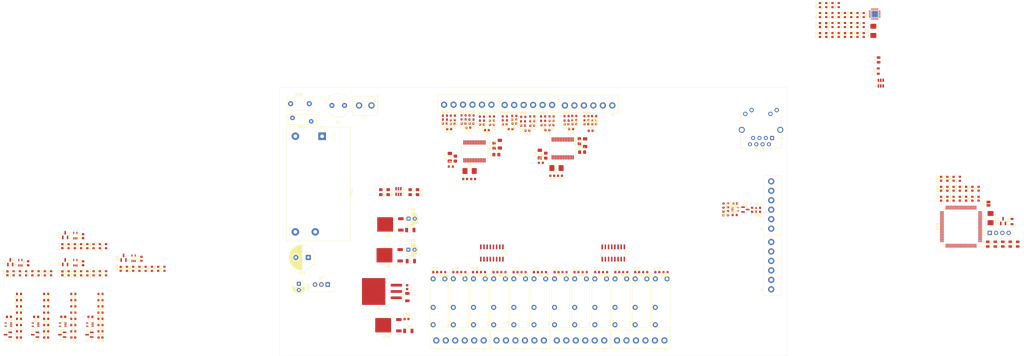
<source format=kicad_pcb>
(kicad_pcb (version 20241229) (generator "pcbnew") (generator_version "9.0")
  (layers (0 "F.Cu" signal) (2 "B.Cu" signal) (13 "F.Paste" user) (15 "B.Paste" user) (5 "F.SilkS" user "F.Silkscreen") (7 "B.SilkS" user "B.Silkscreen") (1 "F.Mask" user) (3 "B.Mask" user) (25 "Edge.Cuts" user))
  (net 0 "")
  (net 1 "GND")
  (net 2 "Net-(U4-XTAL1{slash}CLKIN)")
  (net 3 "Net-(U4-XTAL2)")
  (net 4 "Net-(U5-XTAL1{slash}CLKIN)")
  (net 5 "Net-(U5-XTAL2)")
  (net 6 "/5V")
  (net 7 "/3V3")
  (net 8 "Net-(U3-NR)")
  (net 9 "/Analog Inputs/REF_2.5V")
  (net 10 "Net-(J11-Pin_2)")
  (net 11 "Net-(PS1-AC{slash}L)")
  (net 12 "/24V")
  (net 13 "/Fuente/12V")
  (net 14 "/10V")
  (net 15 "/8V")
  (net 16 "/Analog Inputs/IN3_N")
  (net 17 "/Analog Inputs/IN3_P")
  (net 18 "/Analog Inputs/IN1_P")
  (net 19 "/Analog Inputs/IN1_N")
  (net 20 "/Analog Inputs/IN2_P")
  (net 21 "/Analog Inputs/IN2_N")
  (net 22 "/Analog Inputs/IN0_N")
  (net 23 "/Analog Inputs/IN0_P")
  (net 24 "/Analog Inputs/IN7_N")
  (net 25 "/Analog Inputs/IN7_P")
  (net 26 "/Analog Inputs/IN6_P")
  (net 27 "/Analog Inputs/IN6_N")
  (net 28 "/Analog Inputs/IN5_N")
  (net 29 "/Analog Inputs/IN5_P")
  (net 30 "Net-(U12-XTAL1{slash}CLKIN)")
  (net 31 "/Ethernet/VDDCR")
  (net 32 "Net-(U12-XTAL2)")
  (net 33 "/Ethernet/VDD_LAN_F_3V3")
  (net 34 "/Analog Inputs/IN4_P")
  (net 35 "/Analog Inputs/IN4_N")
  (net 36 "/MCU/OSC_IN")
  (net 37 "/MCU/nRST")
  (net 38 "Net-(U22-OUT)")
  (net 39 "/MCU/OSC_OUT")
  (net 40 "Net-(C79-Pad1)")
  (net 41 "Net-(C81-Pad1)")
  (net 42 "Net-(U23-VDDA)")
  (net 43 "Net-(D1-COM)")
  (net 44 "Net-(D2-A)")
  (net 45 "Net-(D3-COM)")
  (net 46 "Net-(D4-A)")
  (net 47 "Net-(D5-COM)")
  (net 48 "Net-(D6-A)")
  (net 49 "Net-(D7-COM)")
  (net 50 "Net-(D8-A)")
  (net 51 "Net-(D9-COM)")
  (net 52 "Net-(D10-A)")
  (net 53 "Net-(D11-COM)")
  (net 54 "Net-(D12-A)")
  (net 55 "Net-(D13-COM)")
  (net 56 "Net-(D14-A)")
  (net 57 "Net-(D15-COM)")
  (net 58 "Net-(D16-A)")
  (net 59 "Net-(D17-COM)")
  (net 60 "Net-(D18-A)")
  (net 61 "Net-(J11-Pin_1)")
  (net 62 "Net-(J1-Pin_2)")
  (net 63 "Net-(J1-Pin_6)")
  (net 64 "Net-(J1-Pin_4)")
  (net 65 "Net-(J1-Pin_1)")
  (net 66 "Net-(J1-Pin_3)")
  (net 67 "Net-(J1-Pin_5)")
  (net 68 "Net-(J2-Pin_6)")
  (net 69 "Net-(J2-Pin_3)")
  (net 70 "Net-(J2-Pin_4)")
  (net 71 "Net-(J2-Pin_2)")
  (net 72 "Net-(J2-Pin_1)")
  (net 73 "Net-(J2-Pin_5)")
  (net 74 "Net-(J3-Pin_5)")
  (net 75 "Net-(J3-Pin_3)")
  (net 76 "Net-(J3-Pin_4)")
  (net 77 "Net-(J3-Pin_6)")
  (net 78 "Net-(J3-Pin_2)")
  (net 79 "Net-(J3-Pin_1)")
  (net 80 "Net-(J4-Pin_1)")
  (net 81 "Net-(J4-Pin_4)")
  (net 82 "Net-(J4-Pin_2)")
  (net 83 "Net-(J4-Pin_5)")
  (net 84 "Net-(J4-Pin_3)")
  (net 85 "Net-(J4-Pin_6)")
  (net 86 "/Digital Inputs/NAMUR_2")
  (net 87 "/Digital Inputs/NAMUR_1")
  (net 88 "/Digital Inputs/NAMUR_3")
  (net 89 "/Digital Inputs/NAMUR_6")
  (net 90 "/Digital Inputs/NAMUR_4")
  (net 91 "/Digital Inputs/NAMUR_5")
  (net 92 "/Digital Inputs/NAMUR_8")
  (net 93 "/Digital Inputs/NAMUR_7")
  (net 94 "/Digital Inputs/NAMUR_9")
  (net 95 "/Analog Inputs/SENS6_A")
  (net 96 "/Analog Inputs/SENS7_A")
  (net 97 "/Analog Inputs/SENS7_B")
  (net 98 "/Analog Inputs/SENS6_B")
  (net 99 "/Analog Inputs/SENS5_B")
  (net 100 "/Analog Inputs/SENS4_A")
  (net 101 "/Analog Inputs/SENS5_A")
  (net 102 "/Analog Inputs/SENS4_B")
  (net 103 "/Analog Inputs/SENS3_B")
  (net 104 "/Analog Inputs/SENS3_A")
  (net 105 "/Analog Inputs/SENS2_B")
  (net 106 "/Analog Inputs/SENS2_A")
  (net 107 "/Analog Inputs/SENS0_A")
  (net 108 "/Analog Inputs/SENS1_A")
  (net 109 "/Analog Inputs/SENS0_B")
  (net 110 "/Analog Inputs/SENS1_B")
  (net 111 "Net-(J12-Pad10)")
  (net 112 "/Ethernet/RD_P")
  (net 113 "Net-(J12-Pad11)")
  (net 114 "/Ethernet/RD_N")
  (net 115 "GNDPWR")
  (net 116 "/Ethernet/TD_N")
  (net 118 "/Ethernet/TD_P")
  (net 119 "/Ethernet/LEDG")
  (net 120 "/Ethernet/LEDY")
  (net 121 "/MCU/SWO")
  (net 122 "/MCU/SWDIO")
  (net 123 "/MCU/SWCLK")
  (net 124 "/Ethernet/ETH_nRST")
  (net 125 "Net-(D19-K)")
  (net 126 "Net-(D19-A)")
  (net 127 "Net-(D20-A)")
  (net 128 "Net-(D20-K)")
  (net 129 "Net-(D21-K)")
  (net 130 "Net-(D21-A)")
  (net 131 "Net-(D22-A)")
  (net 132 "Net-(D22-K)")
  (net 133 "Net-(D23-K)")
  (net 134 "Net-(D23-A)")
  (net 135 "Net-(D24-K)")
  (net 136 "Net-(D24-A)")
  (net 137 "Net-(U4-~{RESET})")
  (net 138 "Net-(U5-~{RESET})")
  (net 139 "Net-(R3-Pad2)")
  (net 140 "Net-(U6-+)")
  (net 141 "/Digital Inputs/DIG_2")
  (net 142 "/Ethernet/ETH_RXD0")
  (net 143 "Net-(U12-RXD0{slash}MODE0)")
  (net 144 "Net-(U12-RXD1{slash}MODE1)")
  (net 145 "/Ethernet/ETH_RXD1")
  (net 146 "/Ethernet/ETH_CRS_DV")
  (net 147 "Net-(U12-CRS_DV{slash}MODE2)")
  (net 148 "Net-(U12-~{INT}{slash}REFCLKO)")
  (net 149 "/Ethernet/ETH_REF_CLK")
  (net 150 "/Ethernet/LAN_RXER")
  (net 151 "/Ethernet/ETH_MDIO")
  (net 152 "Net-(U12-RBIAS)")
  (net 153 "Net-(R60-Pad2)")
  (net 154 "Net-(U14-+)")
  (net 155 "/Digital Inputs/DIG_1")
  (net 156 "Net-(R67-Pad2)")
  (net 157 "Net-(U15-+)")
  (net 158 "/Digital Inputs/DIG_3")
  (net 159 "Net-(R74-Pad2)")
  (net 160 "Net-(U16-+)")
  (net 161 "/Digital Inputs/DIG_4")
  (net 162 "Net-(R81-Pad2)")
  (net 163 "Net-(U17-+)")
  (net 164 "/Digital Inputs/DIG_5")
  (net 165 "Net-(R88-Pad2)")
  (net 166 "Net-(U18-+)")
  (net 167 "/Digital Inputs/DIG_6")
  (net 168 "Net-(R95-Pad2)")
  (net 169 "Net-(U19-+)")
  (net 170 "/Digital Inputs/DIG_7")
  (net 171 "Net-(R102-Pad2)")
  (net 172 "Net-(U20-+)")
  (net 173 "/Digital Inputs/DIG_8")
  (net 174 "Net-(R109-Pad2)")
  (net 175 "Net-(U21-+)")
  (net 176 "/Digital Inputs/DIG_9")
  (net 177 "Net-(U23-BOOT0)")
  (net 178 "/Digital Outputs/Relay_6")
  (net 179 "/Digital Outputs/Relay_1")
  (net 180 "/Digital Outputs/Relay_4")
  (net 181 "/Digital Outputs/Relay_5")
  (net 182 "/Digital Outputs/Relay_2")
  (net 183 "/Digital Outputs/Relay_3")
  (net 186 "/Digital Outputs/Relay_9")
  (net 188 "/Digital Outputs/Relay_7")
  (net 189 "/Digital Outputs/Relay_12")
  (net 190 "/Digital Outputs/Relay_11")
  (net 191 "/Digital Outputs/Relay_8")
  (net 193 "/Digital Outputs/Relay_10")
  (net 195 "/Analog Inputs/ADS_MISO")
  (net 199 "/Analog Inputs/ADS2_DRDY")
  (net 200 "/Analog Inputs/ADS_SCLK")
  (net 202 "/Analog Inputs/ADS_MOSI")
  (net 203 "/Analog Inputs/ADS2_CS")
  (net 206 "/Analog Inputs/ADS1_CS")
  (net 208 "/Analog Inputs/ADS1_DRDY")
  (net 211 "/Ethernet/ETH_TXD1")
  (net 212 "/Ethernet/ETH_TXD0")
  (net 213 "/Ethernet/ETH_TX_EN")
  (net 214 "/Ethernet/ETH_MDC")
  (net 255 "Net-(D25-K)")
  (net 256 "Net-(D25-A)")
  (net 257 "Net-(D26-A)")
  (net 258 "Net-(D26-K)")
  (net 259 "Net-(D27-A)")
  (net 260 "Net-(D27-K)")
  (net 261 "Net-(D28-A)")
  (net 262 "Net-(D28-K)")
  (net 263 "Net-(D29-K)")
  (net 264 "Net-(D29-A)")
  (net 265 "Net-(D30-K)")
  (net 266 "Net-(D30-A)")
  (footprint "LED_SMD:LED_0603_1608Metric" (layer "F.Cu") (at -25.825 125.365 180)
    (property "Reference" "D12")
    (property "Value" "LED")
  )
  (footprint "Inductor_SMD:L_0805_2012Metric" (layer "F.Cu") (at 290.9 26.425 90)
    (property "Reference" "FB1")
    (property "Value" "600R")
  )
  (footprint "Resistor_SMD:R_0603_1608Metric" (layer "F.Cu") (at -27.07 107.83 90)
    (property "Reference" "R112")
    (property "Value" "30k")
  )
  (footprint "Resistor_SMD:R_0603_1608Metric" (layer "F.Cu") (at 144.57 44.46 180)
    (property "Reference" "R12")
    (property "Value" "10k")
  )
  (footprint "Resistor_SMD:R_1206_3216Metric_Pad1.30x1.75mm_HandSolder" (layer "F.Cu") (at 173.045 55.26 90)
    (property "Reference" "C17")
    (property "Value" "10uF/50V")
  )
  (footprint "Resistor_SMD:R_0603_1608Metric" (layer "F.Cu") (at -22.05 96.91 90)
    (property "Reference" "R100")
    (property "Value" "100k")
  )
  (footprint "Package_TO_SOT_SMD:TO-252-2" (layer "F.Cu") (at 93.13 128.74 180)
    (property "Reference" "U10")
    (property "Value" "L78M08CDT-TR")
  )
  (footprint "Capacitor_SMD:C_0603_1608Metric" (layer "F.Cu") (at 119.795 47.66 180)
    (property "Reference" "C41")
    (property "Value" "1nF/50V")
  )
  (footprint "Resistor_SMD:R_0603_1608Metric" (layer "F.Cu") (at -29.58 96.91 90)
    (property "Reference" "R97")
    (property "Value" "100k")
  )
  (footprint "Resistor_SMD:R_0603_1608Metric" (layer "F.Cu") (at -43.615 126.165 180)
    (property "Reference" "R69")
    (property "Value" "100k")
  )
  (footprint "Resistor_SMD:R_0603_1608Metric" (layer "F.Cu") (at 230.47 80.46 -90)
    (property "Reference" "R62")
    (property "Value" "100k")
  )
  (footprint "LED_SMD:LED_0603_1608Metric" (layer "F.Cu") (at 185.992045 107.36)
    (property "Reference" "D21")
    (property "Value" "LED")
  )
  (footprint "Connector_RJ:RJ45_Wuerth_7499010211A_Horizontal" (layer "F.Cu") (at 248.215 53.375 180)
    (property "Reference" "J12")
    (property "Value" "7499010211A")
  )
  (footprint "LIB_PCB_CONT:SC70-5_TexasInstruments" (layer "F.Cu") (at -31.91 103.57 90)
    (property "Reference" "U21")
    (property "Value" "TLV9101")
  )
  (footprint "Package_TO_SOT_SMD:SOT-23" (layer "F.Cu") (at -35.965 103.37 90)
    (property "Reference" "D17")
    (property "Value" "BAT54S")
  )
  (footprint "Resistor_SMD:R_0603_1608Metric" (layer "F.Cu") (at -54.17 107.83 90)
    (property "Reference" "R75")
    (property "Value" "510R")
  )
  (footprint "Resistor_SMD:R_0805_2012Metric_Pad1.20x1.40mm_HandSolder" (layer "F.Cu") (at 170.745 54.66 90)
    (property "Reference" "C13")
    (property "Value" "100nF/50V")
  )
  (footprint "Resistor_SMD:R_0603_1608Metric" (layer "F.Cu") (at 189.179545 107.36 180)
    (property "Reference" "R119")
    (property "Value" "10k")
  )
  (footprint "Resistor_SMD:R_0603_1608Metric" (layer "F.Cu") (at -54.535 128.675 180)
    (property "Reference" "R103")
    (property "Value" "510R")
  )
  (footprint "LED_SMD:LED_0603_1608Metric" (layer "F.Cu") (at 120.879545 107.36)
    (property "Reference" "D29")
    (property "Value" "LED")
  )
  (footprint "Capacitor_SMD:C_0603_1608Metric" (layer "F.Cu") (at 148.09 48.36 180)
    (property "Reference" "C65")
    (property "Value" "1nF/50V")
  )
  (footprint "Resistor_SMD:R_0603_1608Metric" (layer "F.Cu") (at 119.87 44.36 180)
    (property "Reference" "R24")
    (property "Value" "10k")
  )
  (footprint "Resistor_SMD:R_0603_1608Metric" (layer "F.Cu") (at -54.535 123.655 180)
    (property "Reference" "R105")
    (property "Value" "30k")
  )
  (footprint "Resistor_SMD:R_0603_1608Metric" (layer "F.Cu") (at -21.775 116.125 180)
    (property "Reference" "R94")
    (property "Value" "2k2")
  )
  (footprint "Capacitor_SMD:C_0603_1608Metric" (layer "F.Cu") (at 331.23 73.79 90)
    (property "Reference" "C91")
    (property "Value" "100nF/50V")
  )
  (footprint "Resistor_SMD:R_0603_1608Metric" (layer "F.Cu") (at 272.5 7.885 90)
    (property "Reference" "R38")
    (property "Value" "33R")
  )
  (footprint "Resistor_SMD:R_0805_2012Metric_Pad1.20x1.40mm_HandSolder" (layer "F.Cu") (at 120.87 61.66 90)
    (property "Reference" "C10")
    (property "Value" "100nF/50V")
  )
  (footprint "Resistor_SMD:R_0603_1608Metric" (layer "F.Cu") (at -43.615 123.655 180)
    (property "Reference" "R70")
    (property "Value" "30k")
  )
  (footprint "Resistor_SMD:R_0603_1608Metric" (layer "F.Cu") (at 280.03 7.885 90)
    (property "Reference" "R41")
    (property "Value" "33R")
  )
  (footprint "Resistor_SMD:R_0603_1608Metric" (layer "F.Cu") (at -32.695 131.185 180)
    (property "Reference" "R3")
    (property "Value" "510R")
  )
  (footprint "Capacitor_SMD:C_0603_1608Metric" (layer "F.Cu") (at 176.67 47.76)
    (property "Reference" "C45")
    (property "Value" "1nF/50V")
  )
  (footprint "LIB_PCB_CONT:15EDGVC_6P_3.81mm_Male-Vert_Degson" (layer "F.Cu") (at 248.37 104.76 90)
    (property "Reference" "J6")
    (property "Value" "Screw_Terminal_01x06")
  )
  (footprint "Capacitor_SMD:C_0603_1608Metric" (layer "F.Cu") (at 316.17 77.8 90)
    (property "Reference" "C74")
    (property "Value" "100nF/50V")
  )
  (footprint "Resistor_SMD:R_0603_1608Metric" (layer "F.Cu") (at 323.7 69.78 90)
    (property "Reference" "R116")
    (property "Value" "1k")
  )
  (footprint "Resistor_SMD:R_0603_1608Metric" (layer "F.Cu") (at -27.07 96.91 90)
    (property "Reference" "R98")
    (property "Value" "30k")
  )
  (footprint "Resistor_SMD:R_0603_1608Metric" (layer "F.Cu") (at 277.52 7.885 90)
    (property "Reference" "R40")
    (property "Value" "33R")
  )
  (footprint "Resistor_SMD:R_0603_1608Metric" (layer "F.Cu") (at -32.09 107.83 90)
    (property "Reference" "R110")
    (property "Value" "510R")
  )
  (footprint "Resistor_SMD:R_0603_1608Metric" (layer "F.Cu") (at -21.775 118.635 180)
    (property "Reference" "R93")
    (property "Value" "100k")
  )
  (footprint "Resistor_SMD:R_0603_1608Metric" (layer "F.Cu") (at 151.79 44.66 180)
    (property "Reference" "R58")
    (property "Value" "10k")
  )
  (footprint "Capacitor_SMD:C_1206_3216Metric" (layer "F.Cu") (at 101.595 117.415 90)
    (property "Reference" "C23")
    (property "Value" "1uF/50V")
  )
  (footprint "LIB_PCB_CONT:15EDGVC_6P_3.81mm_Male-Vert_Degson" (layer "F.Cu") (at 150.245 39.56 180)
    (property "Reference" "J9")
    (property "Value" "Screw_Terminal_01x06")
  )
  (footprint "Package_TO_SOT_SMD:SOT-23" (layer "F.Cu") (at -48.075 132.55 180)
    (property "Reference" "D5")
    (property "Value" "BAT54S")
  )
  (footprint "Resistor_SMD:R_0603_1608Metric" (layer "F.Cu") (at -43.615 131.185 180)
    (property "Reference" "R67")
    (property "Value" "510R")
  )
  (footprint "LED_SMD:LED_0603_1608Metric" (layer "F.Cu") (at -5.31 101.98 90)
    (property "Reference" "D10")
    (property "Value" "LED")
  )
  (footprint "Capacitor_SMD:C_0603_1608Metric" (layer "F.Cu") (at 267.48 11.895 90)
    (property "Reference" "C52")
    (property "Value" "30pF/50V")
  )
  (footprint "Capacitor_SMD:C_0603_1608Metric" (layer "F.Cu") (at 118.395 49.76 180)
    (property "Reference" "C40")
    (property "Value" "10nF/50V")
  )
  (footprint "Capacitor_SMD:C_0603_1608Metric" (layer "F.Cu") (at 159.845 68.56 180)
    (property "Reference" "C2")
    (property "Value" "30pF/50V")
  )
  (footprint "LED_SMD:LED_0603_1608Metric" (layer "F.Cu") (at 193.992045 107.36)
    (property "Reference" "D20")
    (property "Value" "LED")
  )
  (footprint "Capacitor_SMD:C_0603_1608Metric" (layer "F.Cu") (at -13.64 106.03 90)
    (property "Reference" "C69")
    (property "Value" "100nF/50V")
  )
  (footprint "Resistor_SMD:R_0603_1608Metric" (layer "F.Cu") (at -24.56 96.91 90)
    (property "Reference" "R99")
    (property "Value" "10k")
  )
  (footprint "Capacitor_SMD:C_0603_1608Metric" (layer "F.Cu") (at -43.615 133.695 180)
    (property "Reference" "C67")
    (property "Value" "100nF/50V")
  )
  (footprint "Resistor_SMD:R_0603_1608Metric" (layer "F.Cu") (at -54.535 131.185 180)
    (property "Reference" "R102")
    (property "Value" "510R")
  )
  (footprint "Resistor_SMD:R_0603_1608Metric" (layer "F.Cu") (at 116.004545 107.36 180)
    (property "Reference" "R128")
    (property "Value" "10k")
  )
  (footprint "LIB_PCB_CONT:15EDGVC_6P_3.81mm_Male-Vert_Degson" (layer "F.Cu") (at 248.37 80.335 90)
    (property "Reference" "J5")
    (property "Value" "Screw_Terminal_01x06")
  )
  (footprint "Capacitor_SMD:C_0603_1608Metric" (layer "F.Cu") (at 168.695 47.76 180)
    (property "Reference" "C47")
    (property "Value" "1nF/50V")
  )
  (footprint "Capacitor_SMD:C_0603_1608Metric" (layer "F.Cu") (at 277.52 11.895 90)
    (property "Reference" "C57")
    (property "Value" "10uF/50V")
  )
  (footprint "LED_SMD:LED_0603_1608Metric" (layer "F.Cu") (at 137.004545 107.36)
    (property "Reference" "D27")
    (property "Value" "LED")
  )
  (footprint "Resistor_SMD:R_0603_1608Metric" (layer "F.Cu") (at 173.57 46.16 180)
    (property "Reference" "R27")
    (property "Value" "10k")
  )
  (footprint "Package_TO_SOT_SMD:SOT-23" (layer "F.Cu") (at 237.47 82.16)
    (property "Reference" "D3")
    (property "Value" "BAT54S")
  )
  (footprint "Resistor_SMD:R_0603_1608Metric" (layer "F.Cu") (at 1.42 106.03 90)
    (property "Reference" "R86")
    (property "Value" "100k")
  )
  (footprint "Resistor_SMD:R_0603_1608Metric" (layer "F.Cu") (at -54.535 126.165 180)
    (property "Reference" "R104")
    (property "Value" "100k")
  )
  (footprint "LED_SMD:LED_0603_1608Metric" (layer "F.Cu") (at -28.78 103.78 90)
    (property "Reference" "D18")
    (property "Value" "LED")
  )
  (footprint "Resistor_SMD:R_0603_1608Metric" (layer "F.Cu") (at 156.17 46.46 180)
    (property "Reference" "R35")
    (property "Value" "10k")
  )
  (footprint "Resistor_SMD:R_0603_1608Metric" (layer "F.Cu") (at -34.6 107.83 90)
    (property "Reference" "R109")
    (property "Value" "510R")
  )
  (footprint "Capacitor_SMD:C_0603_1608Metric" (layer "F.Cu") (at 144.595 47.56 180)
    (property "Reference" "C32")
    (property "Value" "1nF/50V")
  )
  (footprint "LIB_PCB_CONT:Relay_HF46F-G_Hongfa" (layer "F.Cu") (at 201.279545 128.56 90)
    (property "Reference" "K1")
    (property "Value" "HF46F-G")
  )
  (footprint "Resistor_SMD:R_0603_1608Metric" (layer "F.Cu") (at 124.195 45.86 180)
    (property "Reference" "R15")
    (property "Value" "10k")
  )
  (footprint "LIB_PCB_CONT:SC70-5_TexasInstruments" (layer "F.Cu") (at -58.795 128.495 180)
    (property "Reference" "U20")
    (property "Value" "TLV9101")
  )
  (footprint "LIB_PCB_CONT:15EDGVC_6P_3.81mm_Male-Vert_Degson" (layer "F.Cu") (at 122.754545 134.36 180)
    (property "Reference" "J4")
    (property "Value" "Screw_Terminal_01x06")
  )
  (footprint "Jumper:SolderJumper-2_P1.3mm_Open_Pad1.0x1.5mm" (layer "F.Cu") (at 335.2 79.81 90)
    (property "Reference" "JP1")
    (property "Value" "Jumper_2_Bridged")
  )
  (footprint "LIB_PCB_CONT:SC70-5_TexasInstruments" (layer "F.Cu") (at -26.035 128.495 180)
    (property "Reference" "U18")
    (property "Value" "TLV9101")
  )
  (footprint "Resistor_SMD:R_0603_1608Metric" (layer "F.Cu") (at -54.535 118.635 180)
    (property "Reference" "R107")
    (property "Value" "100k")
  )
  (footprint "Capacitor_THT:CP_Radial_D5.0mm_P2.50mm" (layer "F.Cu") (at 102.07 85.825)
    (property "Reference" "C30")
    (property "Value" "10uF/25V")
  )
  (footprint "Capacitor_SMD:C_0603_1608Metric" (layer "F.Cu") (at 285.05 11.895 90)
    (property "Reference" "C60")
    (property "Value" "10nF/50V")
  )
  (footprint "Package_TO_SOT_SMD:SOT-23" (layer "F.Cu") (at -12.495 101.57 90)
    (property "Reference" "D9")
    (property "Value" "BAT54S")
  )
  (footprint "Capacitor_SMD:C_0603_1608Metric" (layer "F.Cu") (at -59.19 107.83 90)
    (property "Reference" "C68")
    (property "Value" "100nF/50V")
  )
  (footprint "Capacitor_SMD:C_0603_1608Metric" (layer "F.Cu") (at 135.595 48.06 180)
    (property "Reference" "C38")
    (property "Value" "1nF/50V")
  )
  (footprint "Resistor_SMD:R_0603_1608Metric" (layer "F.Cu") (at 140.77 46.26 180)
    (property "Reference" "R11")
    (property "Value" "10k")
  )
  (footprint "Resistor_SMD:R_0603_1608Metric" (layer "F.Cu") (at 267.48 3.875 90)
    (property "Reference" "R44")
    (property "Value" "10k")
  )
  (footprint "Capacitor_SMD:C_0603_1608Metric" (layer "F.Cu") (at 157.895 50.16 180)
    (property "Reference" "C49")
    (property "Value" "10nF/50V")
  )
  (footprint "LIB_PCB_CONT:Relay_HF46F-G_Hongfa" (layer "F.Cu") (at 160.763636 128.56 90)
    (property "Reference" "K6")
    (property "Value" "HF46F-G")
  )
  (footprint "Resistor_SMD:R_1206_3216Metric_Pad1.30x1.75mm_HandSolder" (layer "F.Cu") (at 118.67 61.11 90)
    (property "Reference" "C7")
    (property "Value" "10uF/50V")
  )
  (footprint "LIB_PCB_CONT:Relay_HF46F-G_Hongfa" (layer "F.Cu") (at 176.97 128.56 90)
    (property "Reference" "K4")
    (property "Value" "HF46F-G")
  )
  (footprint "Capacitor_SMD:C_0603_1608Metric" (layer "F.Cu") (at 321.19 77.8 90)
    (property "Reference" "C76")
    (property "Value" "100nF/50V")
  )
  (footprint "Resistor_SMD:R_0603_1608Metric" (layer "F.Cu") (at -32.695 116.125 180)
    (property "Reference" "R9")
    (property "Value" "2k2")
  )
  (footprint "Resistor_SMD:R_0603_1608Metric" (layer "F.Cu") (at -32.695 128.675 180)
    (property "Reference" "R4")
    (property "Value" "510R")
  )
  (footprint "Resistor_SMD:R_0603_1608Metric" (layer "F.Cu") (at 144.57 45.96 180)
    (property "Reference" "R10")
    (property "Value" "10k")
  )
  (footprint "Capacitor_SMD:C_0603_1608Metric" (layer "F.Cu") (at 126.095 49.26 180)
    (property "Reference" "C34")
    (property "Value" "10nF/50V")
  )
  (footprint "Capacitor_SMD:C_0603_1608Metric" (layer "F.Cu") (at 124.195 47.56 180)
    (property "Reference" "C36")
    (property "Value" "1nF/50V")
  )
  (footprint "Crystal:Crystal_SMD_5032-2Pin_5.0x3.2mm" (layer "F.Cu") (at 288.93 10.23 90)
    (property "Reference" "Y3")
    (property "Value" "25Mhz")
  )
  (footprint "Capacitor_SMD:C_0603_1608Metric" (layer "F.Cu") (at -32.695 133.695 180)
    (property "Reference" "C19")
    (property "Value" "100nF/50V")
  )
  (footprint "Capacitor_SMD:C_0805_2012Metric" (layer "F.Cu") (at 340.95 96.09 90)
    (property "Reference" "C81")
    (property "Value" "2u2F/50V")
  )
  (footprint "LED_SMD:LED_0603_1608Metric" (layer "F.Cu") (at -28.78 92.86 90)
    (property "Reference" "D14")
    (property "Value" "LED")
  )
  (footprint "Resistor_SMD:R_0603_1608Metric" (layer "F.Cu") (at 132.004545 107.36 180)
    (property "Reference" "R126")
    (property "Value" "10k")
  )
  (footprint "Package_TO_SOT_SMD:SOT-23-6" (layer "F.Cu") (at 291.925 31.275 90)
    (property "Reference" "U13")
    (property "Value" "USBLC6-4SC6")
  )
  (footprint "LIB_PCB_CONT:Relay_HF46F-G_Hongfa" (layer "F.Cu") (at 168.866818 128.56 90)
    (property "Reference" "K5")
    (property "Value" "HF46F-G")
  )
  (footprint "Resistor_SMD:R_0603_1608Metric" (layer "F.Cu") (at 127.395 44.26)
    (property "Reference" "R16")
    (property "Value" "10k")
  )
  (footprint "Resistor_SMD:R_0603_1608Metric" (layer "F.Cu") (at -51.66 107.83 90)
    (property "Reference" "R76")
    (property "Value" "100k")
  )
  (footprint "Package_QFP:LQFP-100_14x14mm_P0.5mm" (layer "F.Cu") (at 324.17 89.06 90)
    (property "Reference" "U23")
    (property "Value" "STM32H743VITx")
  )
  (footprint "Resistor_SMD:R_0603_1608Metric" (layer "F.Cu") (at 172.879545 107.36 180)
    (property "Reference" "R121")
    (property "Value" "10k")
  )
  (footprint "Resistor_SMD:R_0603_1608Metric" (layer "F.Cu") (at 285.05 3.875 90)
    (property "Reference" "R51")
    (property "Value" "49R9")
  )
  (footprint "Capacitor_SMD:C_0603_1608Metric" (layer "F.Cu") (at 173.57 47.76)
    (property "Reference" "C44")
    (property "Value" "1nF/50V")
  )
  (footprint "Resistor_SMD:R_0603_1608Metric" (layer "F.Cu") (at 233.17 84.36)
    (property "Reference" "R65")
    (property "Value" "100k")
  )
  (footprint "Resistor_SMD:R_0603_1608Metric" (layer "F.Cu") (at -34.6 96.91 90)
    (property "Reference" "R95")
    (property "Value" "510R")
  )
  (footprint "Resistor_SMD:R_1206_3216Metric_Pad1.30x1.75mm_HandSolder" (layer "F.Cu") (at 154.845 59.86 90)
    (property "Reference" "C6")
    (property "Value" "10uF/50V")
  )
  (footprint "Capacitor_SMD:C_0805_2012Metric" (layer "F.Cu") (at 291.03 21.925 90)
    (property "Reference" "C53")
    (property "Value" "1uF/50V")
  )
  (footprint "Capacitor_SMD:C_0603_1608Metric" (layer "F.Cu") (at 116.67 47.56 180)
    (property "Reference" "C42")
    (property "Value" "1nF/50V")
  )
  (footprint "LED_SMD:LED_0603_1608Metric" (layer "F.Cu") (at 177.892045 107.36)
    (property "Reference" "D22")
    (property "Value" "LED")
  )
  (footprint "LIB_PCB_CONT:Relay_HF46F-G_Hongfa" (layer "F.Cu") (at 185.073181 128.56 90)
    (property "Reference" "K3")
    (property "Value" "HF46F-G")
  )
  (footprint "Fuse:Fuseholder_TR5_Littelfuse_No560_No460" (layer "F.Cu") (at 76.35 40.27 180)
    (property "Reference" "F1")
    (property "Value" "250VAC 0.5AAC")
  )
  (footprint "Capacitor_SMD:C_0805_2012Metric" (layer "F.Cu") (at 346.97 96.09 90)
    (property "Reference" "C95")
    (property "Value" "2u2F/50V")
  )
  (footprint "Resistor_SMD:R_0603_1608Metric" (layer "F.Cu") (at -32.09 96.91 90)
    (property "Reference" "R96")
    (property "Value" "510R")
  )
  (footprint "LED_SMD:LED_0603_1608Metric" (layer "F.Cu") (at 161.592045 107.36)
    (property "Reference" "D24")
    (property "Value" "LED")
  )
  (footprint "Capacitor_SMD:C_0603_1608Metric" (layer "F.Cu") (at 321.19 69.78 90)
    (property "Reference" "C94")
    (property "Value" "10nF/50V")
  )
  (footprint "Resistor_SMD:R_0603_1608Metric" (layer "F.Cu") (at 280.03 3.875 90)
    (property "Reference" "R49")
    (property "Value" "49R9")
  )
  (footprint "Resistor_SMD:R_0603_1608Metric" (layer "F.Cu") (at 127.37 45.96 180)
    (property "Reference" "R14")
    (property "Value" "10k")
  )
  (footprint "Resistor_SMD:R_0603_1608Metric" (layer "F.Cu") (at -22.05 107.83 90)
    (property "Reference" "R114")
    (property "Value" "100k")
  )
  (footprint "LIB_PCB_CONT:Relay_HF46F-G_Hongfa" (layer "F.Cu") (at 128.179545 128.56 90)
    (property "Reference" "K10")
    (property "Value" "HF46F-G")
  )
  (footprint "Capacitor_SMD:C_0603_1608Metric" (layer "F.Cu") (at 165.595 47.86 180)
    (property "Reference" "C48")
    (property "Value" "1nF/50V")
  )
  (footprint "LED_SMD:LED_0603_1608Metric" (layer "F.Cu") (at 202.079545 107.36)
    (property "Reference" "D19")
    (property "Value" "LED")
  )
  (footprint "Resistor_SMD:R_0603_1608Metric" (layer "F.Cu") (at 156.479545 107.36 180)
    (property "Reference" "R123")
    (property "Value" "10k")
  )
  (footprint "Capacitor_SMD:C_0603_1608Metric" (layer "F.Cu") (at 275.01 11.895 90)
    (property "Reference" "C56")
    (property "Value" "100nF/50V")
  )
  (footprint "Resistor_SMD:R_0603_1608Metric" (layer "F.Cu") (at -43.615 118.635 180)
    (property "Reference" "R72")
    (property "Value" "100k")
  )
  (footprint "Resistor_SMD:R_0603_1608Metric" (layer "F.Cu") (at 176.67 46.16 180)
    (property "Reference" "R26")
    (property "Value" "10k")
  )
  (footprint "Resistor_SMD:R_0603_1608Metric" (layer "F.Cu") (at 285.05 7.885 90)
    (property "Reference" "R43")
    (property "Value" "10k")
  )
  (footprint "Resistor_SMD:R_0603_1608Metric" (layer "F.Cu") (at 164.779545 107.36 180)
    (property "Reference" "R122")
    (property "Value" "10k")
  )
  (footprint "LIB_PCB_CONT:Relay_HF46F-G_Hongfa" (layer "F.Cu") (at 193.176363 128.56 90)
    (property "Reference" "K2")
    (property "Value" "HF46F-G")
  )
  (footprint "Resistor_SMD:R_0603_1608Metric" (layer "F.Cu") (at -3.6 106.03 90)
    (property "Reference" "R84")
    (property "Value" "30k")
  )
  (footprint "Capacitor_SMD:C_0603_1608Metric" (layer "F.Cu") (at 269.99 7.885 90)
    (property "Reference" "C62")
    (property "Value" "100nF/50V")
  )
  (footprint "Resistor_SMD:R_0603_1608Metric" (layer "F.Cu") (at 151.77 46.56 180)
    (property "Reference" "R56")
    (property "Value" "10k")
  )
  (footprint "Resistor_SMD:R_0805_2012Metric_Pad1.20x1.40mm_HandSolder" (layer "F.Cu") (at 102.72 75.16 -90)
    (property "Reference" "C8")
    (property "Value" "100nF/50V")
  )
  (footprint "Resistor_SMD:R_0603_1608Metric" (layer "F.Cu") (at 3.93 106.03 90)
    (property "Reference" "R87")
    (property "Value" "2k2")
  )
  (footprint "Resistor_SMD:R_0603_1608Metric" (layer "F.Cu") (at -32.695 118.635 180)
    (property "Reference" "R8")
    (property "Value" "100k")
  )
  (footprint "LIB_PCB_CONT:SC70-5_TexasInstruments" (layer "F.Cu") (at -47.875 128.495 180)
    (property "Reference" "U15")
    (property "Value" "TLV9101")
  )
  (footprint "Capacitor_SMD:C_0603_1608Metric" (layer "F.Cu") (at 318.68 77.8 90)
    (property "Reference" "C75")
    (property "Value" "30pF/50V")
  )
  (footprint "Resistor_SMD:R_0603_1608Metric" (layer "F.Cu") (at -1.09 106.03 90)
    (property "Reference" "R85")
    (property "Value" "10k")
  )
  (footprint "Capacitor_SMD:C_0603_1608Metric" (layer "F.Cu") (at 280.03 11.895 90)
    (property "Reference" "C58")
    (property "Value" "100nF/50V")
  )
  (footprint "Connector_PinHeader_2.54mm:PinHeader_1x04_P2.54mm_Vertical" (layer "F.Cu") (at 335.72 91.57 90)
    (property "Reference" "J13")
    (property "Value" "Screw_Terminal_01x04")
  )
  (footprint "Resistor_SMD:R_0603_1608Metric" (layer "F.Cu") (at 275.01 -0.135 90)
    (property "Reference" "R55")
    (property "Value" "510R")
  )
  (footprint "LIB_PCB_CONT:15EDGVC_6P_3.81mm_Male-Vert_Degson" (layer "F.Cu") (at 195.404545 134.36 180)
    (property "Reference" "J1")
    (property "Value" "Screw_Terminal_01x06")
  )
  (footprint "Resistor_SMD:R_0603_1608Metric" (layer "F.Cu") (at -21.775 126.165 180)
    (property "Reference" "R90")
    (property "Value" "100k")
  )
  (footprint "Package_TO_SOT_SMD:SOT-23" (layer "F.Cu") (at -37.155 132.55 180)
    (property "Reference" "D1")
    (property "Value" "BAT54S")
  )
  (footprint "Package_TO_SOT_SMD:SOT-23" (layer "F.Cu") (at -26.235 132.55 180)
    (property "Reference" "D11")
    (property "Value" "BAT54S")
  )
  (footprint "Resistor_SMD:R_0603_1608Metric" (layer "F.Cu") (at -32.695 121.145 180)
    (property "Reference" "R7")
    (property "Value" "10k")
  )
  (footprint "Capacitor_SMD:C_0603_1608Metric" (layer "F.Cu") (at 101.27 126.24)
    (property "Reference" "C28")
    (property "Value" "100nF/50V")
  )
  (footprint "Capacitor_SMD:C_0805_2012Metric" (layer "F.Cu") (at 334.93 96.09 90)
    (property "Reference" "C79")
    (property "Value" "2u2F/50V")
  )
  (footprint "Resistor_SMD:R_0603_1608Metric" (layer "F.Cu") (at 124.17 44.26)
    (property "Reference" "R17")
    (property "Value" "10k")
  )
  (footprint "Capacitor_SMD:C_0603_1608Metric" (layer "F.Cu") (at 282.54 11.895 90)
    (property "Reference" "C59")
    (property "Value" "100nF/50V")
  )
  (footprint "Resistor_SMD:R_0603_1608Metric" (layer "F.Cu") (at -46.64 107.83 90)
    (property "Reference" "R78")
    (property "Value" "10k")
  )
  (footprint "Resistor_SMD:R_0603_1608Metric" (layer "F.Cu") (at 176.67 44.56 180)
    (property "Reference" "R28")
    (property "Value" "10k")
  )
  (footprint "Capacitor_SMD:C_0603_1608Metric" (layer "F.Cu") (at 326.21 73.79 90)
    (property "Reference" "C89")
    (property "Value" "100nF/50V")
  )
  (footprint "Resistor_SMD:R_0603_1608Metric" (layer "F.Cu") (at -43.615 121.145 180)
    (property "Reference" "R71")
    (property "Value" "10k")
  )
  (footprint "Capacitor_SMD:C_0603_1608Metric" (layer "F.Cu") (at 323.7 73.79 90)
    (property "Reference" "C88")
    (property "Value" "10nF/50V")
  )
  (footprint "Resistor_SMD:R_0603_1608Metric" (layer "F.Cu") (at -32.695 123.655 180)
    (property "Reference" "R6")
    (property "Value" "30k")
  )
  (footprint "Resistor_SMD:R_0603_1608Metric" (layer "F.Cu") (at 140.204545 107.36 180)
    (property "Reference" "R125")
    (property "Value" "10k")
  )
  (footprint "Resistor_SMD:R_0603_1608Metric" (layer "F.Cu") (at 282.54 7.885 90)
    (property "Reference" "R42")
    (property "Value" "10k")
  )
  (footprint "Capacitor_SMD:C_0603_1608Metric" (layer "F.Cu") (at -54.535 133.695 180)
    (property "Reference" "C72")
    (property "Value" "100nF/50V")
  )
  (footprint "Resistor_SMD:R_0603_1608Metric" (layer "F.Cu") (at -21.775 128.675 180)
    (property "Reference" "R89")
    (property "Value" "510R")
  )
  (footprint "Crystal:Crystal_SMD_5032-2Pin_5.0x3.2mm" (layer "F.Cu") (at 336.05 85.605 90)
    (property "Reference" "Y4")
    (property "Value" "8Mhz")
  )
  (footprint "Resistor_SMD:R_0603_1608Metric" (layer "F.Cu") (at -19.54 96.91 90)
    (property "Reference" "R101")
    (property "Value" "2k2")
  )
  (footprint "Resistor_SMD:R_0603_1608Metric" (layer "F.Cu") (at -56.68 107.83 90)
    (property "Reference" "R74")
    (property "Value" "510R")
  )
  (footprint "Capacitor_SMD:C_0805_2012Metric" (layer "F.Cu") (at 337.94 96.09 90)
    (property "Reference" "C80")
    (property "Value" "2u2F/50V")
  )
  (footprint "LED_SMD:LED_0603_1608Metric" (layer "F.Cu") (at 169.579545 107.36)
    (property "Reference" "D23")
    (property "Value" "LED")
  )
  (footprint "Resistor_SMD:R_0805_2012Metric_Pad1.20x1.40mm_HandSolder" (layer "F.Cu") (at 157.245 60.46 90)
    (property "Reference" "C9")
    (property "Value" "100nF/50V")
  )
  (footprint "LED_SMD:LED_0603_1608Metric" (layer "F.Cu") (at 112.792045 107.36)
    (property "Reference" "D30")
    (property "Value" "LED")
  )
  (footprint "LIB_PCB_CONT:Relay_HF46F-G_Hongfa" (layer "F.Cu") (at 152.500909 128.56 90)
    (property "Reference" "K7")
    (property "Value" "HF46F-G")
  )
  (footprint "Varistor:RV_Disc_D12mm_W3.9mm_P7.5mm" (layer "F.Cu") (at 55.42 45.26)
    (property "Reference" "RV1")
    (property "Value" "10D561K")
  )
  (footprint "Capacitor_SMD:C_0603_1608Metric" (layer "F.Cu") (at 140.77 47.86 180)
    (property "Reference" "C33")
    (property "Value" "1nF/50V")
  )
  (footprint "Capacitor_SMD:C_0603_1608Metric" (layer "F.Cu") (at 127.395 47.56 180)
    (property "Reference" "C35")
    (property "Value" "1nF/50V")
  )
  (footprint "Capacitor_SMD:C_0603_1608Metric" (layer "F.Cu") (at 328.72 77.8 90)
    (property "Reference" "C83")
    (property "Value" "100nF/50V")
  )
  (footprint "LIB_PCB_CONT:15EDGVC_6P_3.81mm_Male-Vert_Degson" (layer "F.Cu") (at 171.204545 134.36 180)
    (property "Reference" "J3")
    (property "Value" "Screw_Terminal_01x06")
  )
  (footprint "Resistor_SMD:R_0603_1608Metric" (layer "F.Cu") (at 159.57 44.66 180)
    (property "Reference" "R36")
    (property "Value" "10k")
  )
  (footprint "LIB_PCB_CONT:15EDGVC_6P_3.81mm_Male-Vert_Degson" (layer "F.Cu") (at 174.465 39.76 180)
    (property "Reference" "J8")
    (property "Value" "Screw_Terminal_01x06")
  )
  (footprint "Resistor_SMD:R_0603_1608Metric" (layer "F.Cu") (at -32.695 126.165 180)
    (property "Reference" "R5")
    (property "Value" "100k")
  )
  (footprint "Resistor_SMD:R_0603_1608Metric" (layer "F.Cu") (at -6.11 106.03 90)
    (property "Reference" "R83")
    (property "Value" "100k")
  )
  (footprint "Capacitor_SMD:C_0603_1608Metric" (layer "F.Cu") (at 156.27 48.16 180)
    (property "Reference" "C51")
    (property "Value" "1nF/50V")
  )
  (footprint "Capacitor_SMD:C_0603_1608Metric" (layer "F.Cu") (at 133.57 50.16 180)
    (property "Reference" "C37")
    (property "Value" "10nF/50V")
  )
  (footprint "Package_TO_SOT_SMD:SOT-23" (layer "F.Cu") (at 341.075 86.82 90)
    (property "Reference" "U22")
    (property "Value" "REF3030")
  )
  (footprint "LED_SMD:LED_0603_1608Metric" (layer "F.Cu") (at -36.745 125.365 180)
    (property "Reference" "D2")
    (property "Value" "LED")
  )
  (footprint "Capacitor_SMD:C_0603_1608Metric" (layer "F.Cu") (at 167.395 49.76 180)
    (property "Reference" "C46")
    (property "Value" "10nF/50V")
  )
  (footprint "Resistor_SMD:R_0603_1608Metric" (layer "F.Cu") (at 173.57 44.56)
    (property "Reference" "R29")
    (property "Value" "10k")
  )
  (footprint "Capacitor_SMD:C_0603_1608Metric" (layer "F.Cu") (at 321.19 73.79 90)
    (property "Reference" "C87")
    (property "Value" "100nF/50V")
  )
  (footprint "Package_TO_SOT_SMD:SOT-23" (layer "F.Cu") (at -58.045 103.37 90)
    (property "Reference" "D7")
    (property "Value" "BAT54S")
  )
  (footprint "Resistor_SMD:R_0603_1608Metric" (layer "F.Cu") (at 230.47 83.66 90)
    (property "Reference" "R63")
    (property "Value" "30k")
  )
  (footprint "Capacitor_THT:CP_Radial_D5.0mm_P2.50mm" (layer "F.Cu") (at 57.97 112.054888 -90)
    (property "Reference" "C22")
    (property "Value" "10uF/25V")
  )
  (footprint "Resistor_SMD:R_0603_1608Metric" (layer "F.Cu") (at 168.695 44.46 180)
    (property "Reference" "R32")
    (property "Value" "10k")
  )
  (footprint "Resistor_SMD:R_0603_1608Metric" (layer "F.Cu") (at -21.775 121.145 180)
    (property "Reference" "R92")
    (property "Value" "10k")
  )
  (footprint "Capacitor_SMD:C_0603_1608Metric" (layer "F.Cu") (at 269.99 11.895 90)
    (property "Reference" "C54")
    (property "Value" "30pF/50V")
  )
  (footprint "Capacitor_SMD:C_0603_1608Metric" (layer "F.Cu") (at 131.57 47.96 180)
    (property "Reference" "C39")
    (property "Value" "1nF/50V")
  )
  (footprint "LIB_PCB_CONT:SC70-5_TexasInstruments" (layer "F.Cu") (at -53.99 103.57 90)
    (property "Reference" "U16")
    (property "Value" "TLV9101")
  )
  (footprint "Resistor_SMD:R_0603_1608Metric" (layer "F.Cu") (at 282.54 3.875 90)
    (property "Reference" "R50")
    (property "Value" "12k1")
  )
  (footprint "Capacitor_SMD:C_0603_1608Metric" (layer "F.Cu") (at 328.72 73.79 90)
    (property "Reference" "C90")
    (property "Value" "10nF/50V")
  )
  (footprint "LIB_PCB_CONT:SC70-5_TexasInstruments" (layer "F.Cu") (at -36.955 128.495 180)
    (property "Reference" "U6")
    (property "Value" "TLV9101")
  )
  (footprint "Resistor_SMD:R_0603_1608Metric" (layer "F.Cu") (at 242.57 81.46)
    (property "Reference" "R61")
    (property "Value" "510R")
  )
  (footprint "LED_SMD:LED_0603_1608Metric" (layer "F.Cu") (at -58.585 125.365 180)
    (property "Reference" "D16")
    (property "Value" "LED")
  )
  (footprint "Resistor_SMD:R_0603_1608Metric" (layer "F.Cu") (at 275.01 7.885 90)
    (property "Reference" "R39")
    (property "Value" "33R")
  )
  (footprint "Resistor_SMD:R_0603_1608Metric" (layer "F.Cu") (at 124.079545 107.36 180)
    (property "Reference" "R127")
    (property "Value" "10k")
  )
  (footprint "Capacitor_SMD:C_0603_1608Metric" (layer "F.Cu") (at 318.68 73.79 90)
    (property "Reference" "C86")
    (property "Value" "10nF/50V")
  )
  (footprint "Capacitor_THT:CP_Radial_D5.0mm_P2.50mm" (layer "F.Cu") (at 101.995 98.34)
    (property "Reference" "C26")
    (property "Value" "10uF/25V")
  )
  (footprint "Resistor_SMD:R_0603_1608Metric" (layer "F.Cu") (at 205.379545 107.36 180)
    (property "Reference" "R117")
    (property "Value" "10k")
  )
  (footprint "Resistor_SMD:R_0603_1608Metric" (layer "F.Cu") (at 165.595 44.56)
    (property "Reference" "R33")
    (property "Value" "10k")
  )
  (footprint "Resistor_SMD:R_0603_1608Metric" (layer "F.Cu") (at 269.99 -0.135 90)
    (property "Reference" "R53")
    (property "Value" "510R")
  )
  (footprint "Resistor_SMD:R_0805_2012Metric_Pad1.20x1.40mm_HandSolder" (layer "F.Cu") (at 137.37 60.06)
    (property "Reference" "C16")
    (property "Value" "100nF/50V")
  )
  (footprint "Capacitor_SMD:C_0603_1608Metric" (layer "F.Cu") (at 151.77 48.36 180)
    (property "Reference" "C64")
    (property "Value" "1nF/50V")
  )
  (footprint "Resistor_SMD:R_0805_2012Metric_Pad1.20x1.40mm_HandSolder" (layer "F.Cu") (at 105.67 75.16 -90)
    (property "Reference" "C5")
    (property "Value" "1uF/50V")
  )
  (footprint "1-Package_SO:SOIC-16_3.9x9.9mm_P1.27mm" (layer "F.Cu") (at 184.379545 99.66 -90)
    (property "Reference" "U1")
    (property "Value" "ULN2003")
  )
  (footprint "Capacitor_SMD:C_1206_3216Metric" (layer "F.Cu") (at 102.995 102.94)
    (property "Reference" "C25")
    (property "Value" "1uF/50V")
  )
  (footprint "Resistor_SMD:R_0603_1608Metric" (layer "F.Cu") (at -21.775 123.655 180)
    (property "Reference" "R91")
    (property "Value" "30k")
  )
  (footprint "Resistor_SMD:R_0603_1608Metric" (layer "F.Cu") (at 277.52 3.875 90)
    (property "Reference" "R48")
    (property "Value" "49R9")
  )
  (footprint "Resistor_SMD:R_0603_1608Metric" (layer "F.Cu") (at 242.57 83.06 180)
    (property "Reference" "R60")
    (property "Value" "510R")
  )
  (footprint "LED_SMD:LED_0603_1608Metric" (layer "F.Cu") (at 153.279545 107.36)
    (property "Reference" "D25")
    (property "Value" "LED")
  )
  (footprint "Converter_ACDC:Converter_ACDC_MeanWell_IRM-10-xx_THT" (layer "F.Cu") (at 67.32 52.66 -90)
    (property "Reference" "PS1")
    (property "Value" "IRM-10-24")
  )
  (footprint "Resistor_SMD:R_0603_1608Metric" (layer "F.Cu") (at 148.09 46.66 180)
    (property "Reference" "R57")
    (property "Value" "10k")
  )
  (footprint "Capacitor_SMD:C_0603_1608Metric" (layer "F.Cu") (at -37.11 96.91 90)
    (property "Reference" "C71")
    (property "Value" "100nF/50V")
  )
  (footprint "Capacitor_SMD:C_0603_1608Metric" (layer "F.Cu") (at -21.775 133.695 180)
    (property "Reference" "C70")
    (property "Value" "100nF/50V")
  )
  (footprint "Resistor_SMD:R_0603_1608Metric" (layer "F.Cu") (at -19.54 107.83 90)
    (property "Reference" "R115")
    (property "Value" "2k2")
  )
  (footprint "Resistor_SMD:R_0805_2012Metric_Pad1.20x1.40mm_HandSolder" (layer "F.Cu") (at 171.845 59.06)
    (property "Reference" "C14")
    (property "Value" "100nF/50V")
  )
  (footprint "Resistor_SMD:R_0603_1608Metric" (layer "F.Cu") (at 165.595 46.36 180)
    (property "Reference" "R31")
    (property "Value" "10k")
  )
  (footprint "Resistor_SMD:R_0603_1608Metric" (layer "F.Cu") (at -54.535 121.145 180)
    (property "Reference" "R106")
    (property "Value" "10k")
  )
  (footprint "Package_TO_SOT_SMD:SOT-23" (layer "F.Cu") (at -58.995 132.55 180)
    (property "Reference" "D15")
    (property "Value" "BAT54S")
  )
  (footprint "Resistor_SMD:R_0603_1608Metric" (layer "F.Cu") (at 148.19 44.86)
    (property "Reference" "R59")
    (property "Value" "10k")
  )
  (footprint "Resistor_SMD:R_1206_3216Metric_Pad1.30x1.75mm_HandSolder" (layer "F.Cu") (at 138.77 55.86 90)
    (property "Reference" "C18")
    (property "Value" "10uF/50V")
  )
  (footprint "LED_SMD:LED_0603_1608Metric" (layer "F.Cu") (at 128.804545 107.36)
    (property "Reference" "D28")
    (property "Value" "LED")
  )
  (footprint "Capacitor_SMD:C_1206_3216Metric" (layer "F.Cu") (at 102.775113 90.425)
    (property "Reference" "C29")
    (property "Value" "1uF 50V")
  )
  (footprint "Resistor_SMD:R_0603_1608Metric" (layer "F.Cu") (at 131.57 44.76)
    (property "Reference" "R21")
    (property "Value" "10k")
  )
  (footprint "Capacitor_SMD:C_0603_1608Metric" (layer "F.Cu") (at 267.48 7.885 90)
    (property "Reference" "C61")
    (property "Value" "100nF/50V")
  )
  (footprint "Resistor_SMD:R_0603_1608Metric" (layer "F.Cu") (at -44.13 107.83 90)
    (property "Reference" "R79")
    (property "Value" "100k")
  )
  (footprint "Capacitor_SMD:C_0603_1608Metric" (layer "F.Cu") (at 175.27 50.46)
    (property "Reference" "C43")
    (property "Value" "10nF/50V")
  )
  (footprint "Resistor_SMD:R_0603_1608Metric" (layer "F.Cu") (at 155.245 63.36)
    (property "Reference" "R1")
    (property "Value" "100")
  )
  (footprint "Capacitor_SMD:C_0603_1608Metric" (layer "F.Cu") (at 159.57 48.16 180)
    (property "Reference" "C50")
    (property "Value" "1nF/50V")
  )
  (footprint "Resistor_SMD:R_0603_1608Metric" (layer "F.Cu") (at 135.57 46.36 180)
    (property "Reference" "R18")
    (property "Value" "10k")
  )
  (footprint "Capacitor_SMD:C_0603_1608Metric" (layer "F.Cu") (at 316.17 69.78 90)
    (property "Reference" "C92")
    (property "Value" "10nF/50V")
  )
  (footprint "Resistor_SMD:R_0603_1608Metric" (layer "F.Cu") (at -49.15 107.83 90)
    (property "Reference" "R77")
    (property "Value" "30k")
  )
  (footprint "Resistor_SMD:R_0603_1608Metric" (layer "F.Cu") (at -43.615 128.675 180)
    (property "Reference" "R68")
    (property "Value" "510R")
  )
  (footprint "Package_SO:SSOP-28_5.3x10.2mm_P0.65mm" (layer "F.Cu") (at 164.045 57.56 -90)
    (property "Reference" "U4")
    (property "Value" "ADS1256")
  )
  (footprint "Resistor_SMD:R_0603_1608Metric" (layer "F.Cu") (at 116.67 44.36)
    (property "Reference" "R25")
    (property "Value" "10k")
  )
  (footprint "Resistor_SMD:R_0805_2012Metric_Pad1.20x1.40mm_HandSolder" (layer "F.Cu") (at 136.47 56.46 90)
    (property "Reference" "C15")
    (property "Value" "100nF/50V")
  )
  (footprint "Resistor_SMD:R_0603_1608Metric" (layer "F.Cu") (at -54.535 116.125 180)
    (property "Reference" "R108")
    (property "Value" "2k2")
  )
  (footprint "1-Package_SO:SOIC-16_3.9x9.9mm_P1.27mm" (layer "F.Cu") (at 135.579545 99.66 -90)
    (property "Reference" "U2")
    (property "Value" "ULN2003")
  )
  (footprint "LIB_PCB_CONT:15EDGVC_6P_3.81mm_Male-Vert_Degson" (layer "F.Cu") (at 125.875 39.46 180)
    (property "Reference" "J10")
    (property "Value" "Screw_Terminal_01x06")
  )
  (footprint "Capacitor_SMD:C_0603_1608Metric" (layer "F.Cu") (at 326.21 77.8 90)
    (property "Reference" "C78")
    (property "Value" "30pF/50V")
  )
  (footprint "LED_SMD:LED_0603_1608Metric" (layer "F.Cu") (at 145.104545 107.36)
    (property "Reference" "D26")
    (property "Value" "LED")
  )
  (footprint "Resistor_SMD:R_0603_1608Metric" (layer "F.Cu") (at -41.62 107.83 90)
    (property "Reference" "R80")
    (property "Value" "2k2")
  )
  (footprint "Capacitor_SMD:C_0603_1608Metric" (layer "F.Cu") (at 124.845 69.86 180)
    (property "Reference" "C4")
    (property "Value" "30pF/50V")
  )
  (footprint "Capacitor_THT:C_Disc_D10.5mm_W5.0mm_P7.50mm" (layer "F.Cu") (at 54.67 39.56)
    (property "Reference" "C20")
    (property "Value" "100nF/400VAC")
  )
  (footprint "LIB_PCB_CONT:Relay_HF46F-G_Hongfa" (layer "F.Cu") (at 120.076363 128.56 90)
    (property "Reference" "K11")
    (property "Value" "HF46F-G")
  )
  (footprint "LED_SMD:LED_0603_1608Metric" (layer "F.Cu") (at -47.665 125.365 180)
    (property "Reference" "D6")
    (property "Value" "LED")
  )
  (footprint "Resistor_SMD:R_0603_1608Metric" (layer "F.Cu") (at -43.615 116.125 180)
    (property "Reference" "R73")
    (property "Value" "2k2")
  )
  (footprint "Resistor_SMD:R_0603_1608Metric" (layer "F.Cu") (at 272.5 3.875 90)
    (property "Reference" "R46")
    (property "Value" "10k")
  )
  (footprint "LIB_PCB_CONT:SC70-5_TexasInstruments" (layer "F.Cu") (at 233.37 82.06)
    (property "Reference" "U14")
    (property "Value" "TLV9101")
  )
  (footprint "Resistor_SMD:R_0603_1608Metric" (layer "F.Cu") (at 119.07 64.86)
    (property "Reference" "R2")
    (property "Value" "100")
  )
  (footprint "Resistor_SMD:R_0603_1608Metric" (layer "F.Cu") (at 272.5 -0.135 90)
    (property "Reference" "R54")
    (property "Value" "10k")
  )
  (footprint "LIB_PCB_CONT:Relay_HF46F-G_Hongfa" (layer "F.Cu") (at 111.973181 128.56 90)
    (property "Reference" "K12")
    (property "Value" "HF46F-G")
  )
  (footprint "Capacitor_THT:CP_Radial_D10.0mm_P5.00mm" (layer "F.Cu") (at 61.77 101.46 180)
    (property "Reference" "C21")
    (property "Value" "100uF/50v")
  )
  (footprint "Resistor_SMD:R_0603_1608Metric" (layer "F.Cu") (at -21.775 131.185 180)
    (property "Reference" "R88")
    (property "Value" "510R")
  )
  (footprint "Package_TO_SOT_SMD:TO-263-3_TabPin2" (layer "F.Cu") (at 89.545 115.155 180)
    (property "Reference" "U8")
    (property "Value" "uA7810")
  )
  (footprint "Package_TO_SOT_SMD:TO-252-2" (layer "F.Cu") (at 93.935113 88.1525 180)
    (property "Reference" "U11")
    (property "Value" "LD29150")
  )
  (footprint "Package_SO:SSOP-28_5.3x10.2mm_P0.65mm" (layer "F.Cu") (at 128.57 58.76 -90)
    (property "Reference" "U5")
    (property "Value" "ADS1256")
  )
  (footprint "Resistor_SMD:R_0603_1608Metric" (layer "F.Cu") (at 140.77 44.66)
    (property "Reference" "R13")
    (property "Value" "10k")
  )
  (footprint "Capacitor_SMD:C_0603_1608Metric" (layer "F.Cu") (at 272.5 11.895 90)
    (property "Reference" "C55")
    (property "Value" "10nF/50V")
  )
  (footprint "Resistor_SMD:R_0603_1608Metric" (layer "F.Cu") (at 240.17 82.26 -90)
    (property "Reference" "R64")
    (property "Value" "10k")
  )
  (footprint "Resistor_SMD:R_0603_1608Metric" (layer "F.Cu") (at 267.48 -0.135 90)
    (property "Reference" "R52")
    (property "Value" "49R9")
  )
  (footprint "LIB_PCB_CONT:15EDGVC_6P_3.81mm_Male-Vert_Degson" (layer "F.Cu") (at 146.954545 134.36 180)
    (property "Reference" "J2")
    (property "Value" "Screw_Terminal_01x06")
  )
  (footprint "Resistor_SMD:R_0603_1608Metric" (layer "F.Cu") (at 228.67 80.56 -90)
    (property "Reference" "R66")
    (property "Value" "2k2")
  )
  (footprint "Resistor_SMD:R_0603_1608Metric" (layer "F.Cu") (at 269.99 3.875 90)
    (property "Reference" "R45")
    (property "Value" "10k")
  )
  (footprint "Resistor_SMD:R_0603_1608Metric" (layer "F.Cu") (at 168.67 46.16 180)
    (property "Reference" "R30")
    (property "Value" "10k")
  )
  (footprint "Converter_DCDC:Converter_DCDC_Murata_OKI-78SR_Vertical" (layer "F.Cu") (at 69.57 112.36 180)
    (property "Reference" "U7")
    (property "Value" "OKI-78SR-12_1.0-W36-C")
  )
  (footprint "Capacitor_SMD:C_0603_1608Metric" (layer "F.Cu") (at 318.68 69.78 90)
    (property "Reference" "C93")
    (property "Value" "100nF/50V")
  )
  (footprint "Resistor_SMD:R_0603_1608Metric" (layer "F.Cu") (at -8.62 106.03 90)
    (property "Reference" "R82")
    (property "Value" "510R")
  )
  (footprint "Package_TO_SOT_SMD:TO-252-2" (layer "F.Cu") (at 93.655 100.5675 180)
    (property "Reference" "U9")
    (property "Value" "LD29150")
  )
  (footprint "Resistor_SMD:R_0603_1608Metric" (layer "F.Cu") (at -24.56 107.83 90)
    (property "Reference" "R113")
    (property "Value" "10k")
  )
  (footprint "Resistor_SMD:R_0603_1608Metric" (layer "F.Cu") (at 148.304545 107.36 180)
    (property "Reference" "R124")
    (property "Value" "10k")
  )
  (footprint "Resistor_SMD:R_0603_1608Metric" (layer "F.Cu") (at 181.079545 107.36 180)
    (property "Reference" "R120")
    (property "Value" "10k")
  )
  (footprint "Resistor_SMD:R_0603_1608Metric" (layer "F.Cu") (at 131.57 46.36 180)
    (property "Reference" "R19")
    (property "Value" "10k")
  )
  (footprint "Resistor_SMD:R_0805_2012Metric_Pad1.20x1.40mm_HandSolder" (layer "F.Cu") (at 93.87 75.16 -90)
    (property "Reference" "C11")
    (property "Value" "1uF/50V")
  )
  (footprint "Resistor_SMD:R_0603_1608Metric" (layer "F.Cu") (at 156.17 44.66)
    (property "Reference" "R37")
    (property "Value" "10k")
  )
  (footprint "Capacitor_SMD:C_0603_1608Metric" (layer "F.Cu") (at 128.045 69.86 180)
    (property "Reference" "C3")
    (property "Value" "30pF/50V")
  )
  (footprint "Resistor_SMD:R_0603_1608Metric" (layer "F.Cu") (at 116.67 45.96 180)
    (property "Reference" "R23")
    (property "Value" "10k")
  )
  (footprint "Resistor_SMD:R_0603_1608Metric" (layer "F.Cu") (at 159.57 46.46 180)
    (property "Reference" "R34")
    (property "Value" "10k")
  )
  (footprint "Capacitor_SMD:C_0603_1608Metric" (layer "F.Cu") (at 331.23 77.8 90)
    (property "Reference" "C84")
    (property "Value" "10nF/50V")
  )
  (footprint "Capacitor_SMD:C_0603_1608Metric" (layer "F.Cu") (at 143.07 49.76 180)
    (property "Reference" "C31")
    (property "Value" "10nF/50V")
  )
  (footprint "Capacitor_SMD:C_0603_1608Metric" (layer "F.Cu") (at 323.7 77.8 90)
    (property "Reference" "C77")
    (property "Value" "100nF/50V")
  )
  (footprint "Capacitor_SMD:C_0603_1608Metric" (layer "F.Cu") (at 149.87 50.36 180)
    (property "Reference" "C63")
    (property "Value" "10nF/50V")
  )
  (footprint "Resistor_SMD:R_0603_1608Metric" (layer "F.Cu") (at 275.01 3.875 90)
    (property "Reference" "R47")
    (property "Value" "1k5")
  )
  (footprint "Resistor_SMD:R_0603_1608Metric" (layer "F.Cu") (at 119.845 46.16 180)
    (property "Reference" "R22")
    (property "Value" "10k")
  )
  (footprint "Package_TO_SOT_SMD:SOT-23-6" (layer "F.Cu") (at 98.02 74.895 -90)
    (property "Reference" "U3")
    (property "Value" "REF35102QDBVR")
  )
  (footprint "Capacitor_SMD:C_0603_1608Metric" (layer "F.Cu") (at 316.17 73.79 90)
    (property "Reference" "C85")
    (property "Value" "100nF/50V")
  )
  (footprint "Crystal:Crystal_SMD_5032-2Pin_5.0x3.2mm" (layer "F.Cu") (at 126.62 66.66)
    (property "Reference" "Y2")
    (property "Value" "8.0Mhz")
  )
  (footprint "Inductor_SMD:L_0805_2012Metric" (layer "F.Cu") (at 344.67 87 90)
    (property "Reference" "FB2")
    (property "Value" "600R")
  )
  (footprint "1-Terminal-Block:DG126_5.0_02P" (layer "F.Cu") (at 89.67 36.46 180)
    (property "Reference" "J11")
    (property "Value" "Screw_Terminal_01x02")
  )
  (footprint "LIB_PCB_CONT:SC70-5_TexasInstruments" (layer "F.Cu") (at -31.91 92.65 90)
    (property "Reference" "U19")
    (property "Value" "TLV9101")
  )
  (footprint "Capacitor_SMD:C_0805_2012Metric" (layer "F.Cu") (at 343.96 96.09 90)
    (property "Reference" "C82")
    (property "Value" "2u2F/50V")
  )
  (footprint "LIB_PCB_CONT:SC70-5_TexasInstruments" (layer "F.Cu") (at -8.44 101.77 90)
    (property "Reference" "U17")
    (property "Value" "TLV9101")
  )
  (footprint "LIB_PCB_CONT:Relay_HF46F-G_Hongfa" (layer "F.Cu") (at 144.397727 128.56 90)
    (property "Reference" "K8")
    (property "Value" "HF46F-G")
  )
  (footprint "Resistor_SMD:R_0603_1608Metric" (layer "F.Cu") (at 135.57 44.66 180)
    (property "Reference" "R20")
    (property "Value" "10k")
  )
  (footprint "Capacitor_SMD:C_0603_1608Metric" (layer "F.Cu") (at 162.945 68.56 180)
    (property "Reference" "C1")
    (property "Value" "30pF/50V")
  )
  (footprint "LED_SMD:LED_0603_1608Metric" (layer "F.Cu") (at -50.86 103.78 90)
    (property "Reference" "D8")
    (property "Value" "LED")
  )
  (footprint "Crystal:Crystal_SMD_5032-2Pin_5.0x3.2mm" (layer "F.Cu") (at 161.545 65.46)
    (property "Reference" "Y1")
    (property "Value" "8.0Mhz")
  )
  (footprint "Package_DFN_QFN:VQFN-24-1EP_4x4mm_P0.5mm_EP2.5x2.5mm_ThermalVias" (layer "F.Cu") (at 289.46 3.455 90)
    (property "Reference" "U12")
    (property "Value" "LAN8742A")
  )
  (footprint "Resistor_SMD:R_0603_1608Metric" (layer "F.Cu") (at -29.58 107.83 90)
    (property "Reference" "R111")
    (property "Value" "100k")
  )
  (footprint "Resistor_SMD:R_0805_2012Metric_Pad1.20x1.40mm_HandSolder" (layer "F.Cu") (at 90.92 75.16 -90)
    (property "Reference" "C12")
    (property "Value" "1uF/50V")
  )
  (footprint "Capacitor_SMD:C_0603_1608Metric" (layer "F.Cu") (at -37.11 107.83 90)
    (property "Reference" "C73")
    (property "Value" "100nF/50V")
  )
  (footprint "Resistor_SMD:R_0603_1608Metric" (layer "F.Cu") (at -11.13 106.03 90)
    (property "Reference" "R81")
    (property "Value" "510R")
  )
  (footprint "LED_SMD:LED_0603_1608Metric" (layer "F.Cu") (at 228.67 83.76 -90)
    (property "Reference" "D4")
    (property "Value" "LED")
  )
  (footprint "Capacitor_SMD:C_1206_3216Metric" (layer "F.Cu") (at 101.97 131.04)
    (property "Reference" "C24")
    (property "Value" "1uF/50V")
  )
  (footprint "Capacitor_SMD:C_0603_1608Metric" (layer "F.Cu") (at 101.495 113.415 -90)
    (property "Reference" "C27")
    (property "Value" "100nF/50V")
  )
  (footprint "Package_TO_SOT_SMD:SOT-23" (layer "F.Cu") (at -35.965 92.45 90)
    (property "Reference" "D13")
    (property "Value" "BAT54S")
  )
  (footprint "Resistor_SMD:R_0603_1608Metric" (layer "F.Cu") (at 197.204545 107.36 180)
    (property "Reference" "R118")
    (property "Value" "10k")
  )
  (footprint "Capacitor_SMD:C_0603_1608Metric" (layer "F.Cu") (at 233.37 79.76 180)
    (property "Reference" "C66")
    (property "Value" "100nF/50V")
  )
  (footprint "LIB_PCB_CONT:Relay_HF46F-G_Hongfa" (layer "F.Cu") (at 136.294545 128.56 90)
    (property "Reference" "K9")
    (property "Value" "HF46F-G")
  )
  (gr_rect (start 50.37 33.06) (end 254.37 141.06) (stroke (width 0.05)) (fill no) (layer "Edge.Cuts"))
)
</source>
